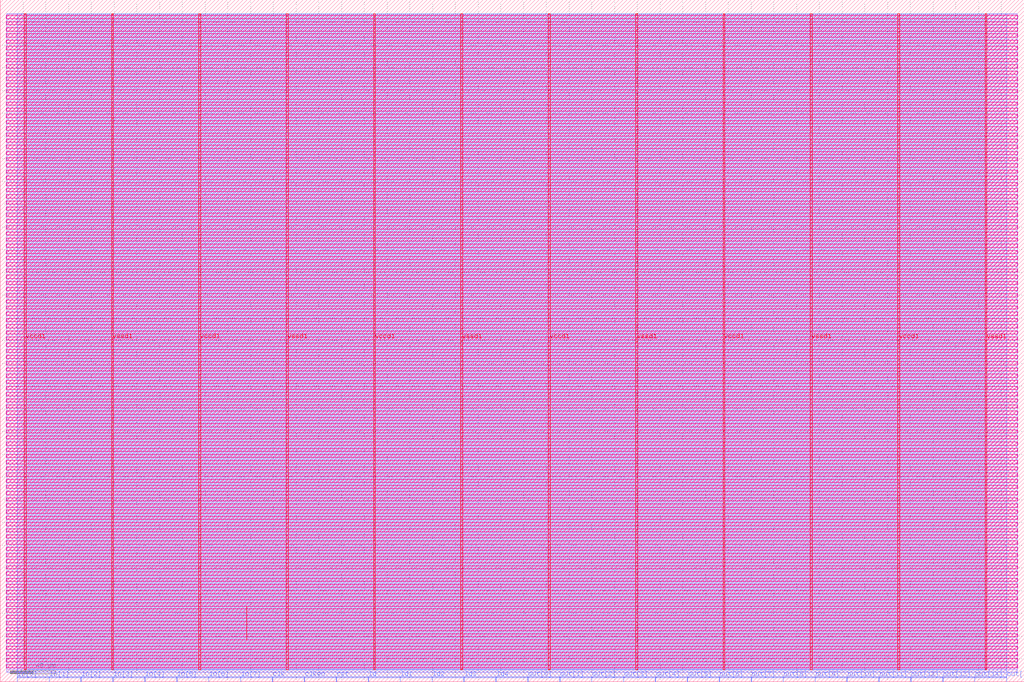
<source format=lef>
VERSION 5.7 ;
  NOWIREEXTENSIONATPIN ON ;
  DIVIDERCHAR "/" ;
  BUSBITCHARS "[]" ;
MACRO mac
  CLASS BLOCK ;
  FOREIGN mac ;
  ORIGIN 0.000 0.000 ;
  SIZE 900.000 BY 600.000 ;
  PIN clk
    DIRECTION INPUT ;
    USE SIGNAL ;
    PORT
      LAYER met2 ;
        RECT 239.290 0.000 239.570 4.000 ;
    END
  END clk
  PIN clken
    DIRECTION INPUT ;
    USE SIGNAL ;
    PORT
      LAYER met2 ;
        RECT 267.350 0.000 267.630 4.000 ;
    END
  END clken
  PIN in[0]
    DIRECTION INPUT ;
    USE SIGNAL ;
    PORT
      LAYER met2 ;
        RECT 14.810 0.000 15.090 4.000 ;
    END
  END in[0]
  PIN in[1]
    DIRECTION INPUT ;
    USE SIGNAL ;
    PORT
      LAYER met2 ;
        RECT 42.870 0.000 43.150 4.000 ;
    END
  END in[1]
  PIN in[2]
    DIRECTION INPUT ;
    USE SIGNAL ;
    PORT
      LAYER met2 ;
        RECT 70.930 0.000 71.210 4.000 ;
    END
  END in[2]
  PIN in[3]
    DIRECTION INPUT ;
    USE SIGNAL ;
    PORT
      LAYER met2 ;
        RECT 98.990 0.000 99.270 4.000 ;
    END
  END in[3]
  PIN in[4]
    DIRECTION INPUT ;
    USE SIGNAL ;
    PORT
      LAYER met2 ;
        RECT 127.050 0.000 127.330 4.000 ;
    END
  END in[4]
  PIN in[5]
    DIRECTION INPUT ;
    USE SIGNAL ;
    PORT
      LAYER met2 ;
        RECT 155.110 0.000 155.390 4.000 ;
    END
  END in[5]
  PIN in[6]
    DIRECTION INPUT ;
    USE SIGNAL ;
    PORT
      LAYER met2 ;
        RECT 183.170 0.000 183.450 4.000 ;
    END
  END in[6]
  PIN in[7]
    DIRECTION INPUT ;
    USE SIGNAL ;
    PORT
      LAYER met2 ;
        RECT 211.230 0.000 211.510 4.000 ;
    END
  END in[7]
  PIN ld
    DIRECTION INPUT ;
    USE SIGNAL ;
    PORT
      LAYER met2 ;
        RECT 323.470 0.000 323.750 4.000 ;
    END
  END ld
  PIN ld1
    DIRECTION INPUT ;
    USE SIGNAL ;
    PORT
      LAYER met2 ;
        RECT 351.530 0.000 351.810 4.000 ;
    END
  END ld1
  PIN ld2
    DIRECTION INPUT ;
    USE SIGNAL ;
    PORT
      LAYER met2 ;
        RECT 379.590 0.000 379.870 4.000 ;
    END
  END ld2
  PIN ld3
    DIRECTION INPUT ;
    USE SIGNAL ;
    PORT
      LAYER met2 ;
        RECT 407.650 0.000 407.930 4.000 ;
    END
  END ld3
  PIN ld4
    DIRECTION INPUT ;
    USE SIGNAL ;
    PORT
      LAYER met2 ;
        RECT 435.710 0.000 435.990 4.000 ;
    END
  END ld4
  PIN out[0]
    DIRECTION OUTPUT TRISTATE ;
    USE SIGNAL ;
    PORT
      LAYER met2 ;
        RECT 463.770 0.000 464.050 4.000 ;
    END
  END out[0]
  PIN out[10]
    DIRECTION OUTPUT TRISTATE ;
    USE SIGNAL ;
    PORT
      LAYER met2 ;
        RECT 744.370 0.000 744.650 4.000 ;
    END
  END out[10]
  PIN out[11]
    DIRECTION OUTPUT TRISTATE ;
    USE SIGNAL ;
    PORT
      LAYER met2 ;
        RECT 772.430 0.000 772.710 4.000 ;
    END
  END out[11]
  PIN out[12]
    DIRECTION OUTPUT TRISTATE ;
    USE SIGNAL ;
    PORT
      LAYER met2 ;
        RECT 800.490 0.000 800.770 4.000 ;
    END
  END out[12]
  PIN out[13]
    DIRECTION OUTPUT TRISTATE ;
    USE SIGNAL ;
    PORT
      LAYER met2 ;
        RECT 828.550 0.000 828.830 4.000 ;
    END
  END out[13]
  PIN out[14]
    DIRECTION OUTPUT TRISTATE ;
    USE SIGNAL ;
    PORT
      LAYER met2 ;
        RECT 856.610 0.000 856.890 4.000 ;
    END
  END out[14]
  PIN out[15]
    DIRECTION OUTPUT TRISTATE ;
    USE SIGNAL ;
    PORT
      LAYER met2 ;
        RECT 884.670 0.000 884.950 4.000 ;
    END
  END out[15]
  PIN out[1]
    DIRECTION OUTPUT TRISTATE ;
    USE SIGNAL ;
    PORT
      LAYER met2 ;
        RECT 491.830 0.000 492.110 4.000 ;
    END
  END out[1]
  PIN out[2]
    DIRECTION OUTPUT TRISTATE ;
    USE SIGNAL ;
    PORT
      LAYER met2 ;
        RECT 519.890 0.000 520.170 4.000 ;
    END
  END out[2]
  PIN out[3]
    DIRECTION OUTPUT TRISTATE ;
    USE SIGNAL ;
    PORT
      LAYER met2 ;
        RECT 547.950 0.000 548.230 4.000 ;
    END
  END out[3]
  PIN out[4]
    DIRECTION OUTPUT TRISTATE ;
    USE SIGNAL ;
    PORT
      LAYER met2 ;
        RECT 576.010 0.000 576.290 4.000 ;
    END
  END out[4]
  PIN out[5]
    DIRECTION OUTPUT TRISTATE ;
    USE SIGNAL ;
    PORT
      LAYER met2 ;
        RECT 604.070 0.000 604.350 4.000 ;
    END
  END out[5]
  PIN out[6]
    DIRECTION OUTPUT TRISTATE ;
    USE SIGNAL ;
    PORT
      LAYER met2 ;
        RECT 632.130 0.000 632.410 4.000 ;
    END
  END out[6]
  PIN out[7]
    DIRECTION OUTPUT TRISTATE ;
    USE SIGNAL ;
    PORT
      LAYER met2 ;
        RECT 660.190 0.000 660.470 4.000 ;
    END
  END out[7]
  PIN out[8]
    DIRECTION OUTPUT TRISTATE ;
    USE SIGNAL ;
    PORT
      LAYER met2 ;
        RECT 688.250 0.000 688.530 4.000 ;
    END
  END out[8]
  PIN out[9]
    DIRECTION OUTPUT TRISTATE ;
    USE SIGNAL ;
    PORT
      LAYER met2 ;
        RECT 716.310 0.000 716.590 4.000 ;
    END
  END out[9]
  PIN rst
    DIRECTION INPUT ;
    USE SIGNAL ;
    PORT
      LAYER met2 ;
        RECT 295.410 0.000 295.690 4.000 ;
    END
  END rst
  PIN vccd1
    DIRECTION INOUT ;
    USE POWER ;
    PORT
      LAYER met4 ;
        RECT 21.040 10.640 22.640 587.760 ;
    END
    PORT
      LAYER met4 ;
        RECT 174.640 10.640 176.240 587.760 ;
    END
    PORT
      LAYER met4 ;
        RECT 328.240 10.640 329.840 587.760 ;
    END
    PORT
      LAYER met4 ;
        RECT 481.840 10.640 483.440 587.760 ;
    END
    PORT
      LAYER met4 ;
        RECT 635.440 10.640 637.040 587.760 ;
    END
    PORT
      LAYER met4 ;
        RECT 789.040 10.640 790.640 587.760 ;
    END
  END vccd1
  PIN vssd1
    DIRECTION INOUT ;
    USE GROUND ;
    PORT
      LAYER met4 ;
        RECT 97.840 10.640 99.440 587.760 ;
    END
    PORT
      LAYER met4 ;
        RECT 251.440 10.640 253.040 587.760 ;
    END
    PORT
      LAYER met4 ;
        RECT 405.040 10.640 406.640 587.760 ;
    END
    PORT
      LAYER met4 ;
        RECT 558.640 10.640 560.240 587.760 ;
    END
    PORT
      LAYER met4 ;
        RECT 712.240 10.640 713.840 587.760 ;
    END
    PORT
      LAYER met4 ;
        RECT 865.840 10.640 867.440 587.760 ;
    END
  END vssd1
  OBS
      LAYER nwell ;
        RECT 5.330 583.385 894.430 586.215 ;
        RECT 5.330 577.945 894.430 580.775 ;
        RECT 5.330 572.505 894.430 575.335 ;
        RECT 5.330 567.065 894.430 569.895 ;
        RECT 5.330 561.625 894.430 564.455 ;
        RECT 5.330 556.185 894.430 559.015 ;
        RECT 5.330 550.745 894.430 553.575 ;
        RECT 5.330 545.305 894.430 548.135 ;
        RECT 5.330 539.865 894.430 542.695 ;
        RECT 5.330 534.425 894.430 537.255 ;
        RECT 5.330 528.985 894.430 531.815 ;
        RECT 5.330 523.545 894.430 526.375 ;
        RECT 5.330 518.105 894.430 520.935 ;
        RECT 5.330 512.665 894.430 515.495 ;
        RECT 5.330 507.225 894.430 510.055 ;
        RECT 5.330 501.785 894.430 504.615 ;
        RECT 5.330 496.345 894.430 499.175 ;
        RECT 5.330 490.905 894.430 493.735 ;
        RECT 5.330 485.465 894.430 488.295 ;
        RECT 5.330 480.025 894.430 482.855 ;
        RECT 5.330 474.585 894.430 477.415 ;
        RECT 5.330 469.145 894.430 471.975 ;
        RECT 5.330 463.705 894.430 466.535 ;
        RECT 5.330 458.265 894.430 461.095 ;
        RECT 5.330 452.825 894.430 455.655 ;
        RECT 5.330 447.385 894.430 450.215 ;
        RECT 5.330 441.945 894.430 444.775 ;
        RECT 5.330 436.505 894.430 439.335 ;
        RECT 5.330 431.065 894.430 433.895 ;
        RECT 5.330 425.625 894.430 428.455 ;
        RECT 5.330 420.185 894.430 423.015 ;
        RECT 5.330 414.745 894.430 417.575 ;
        RECT 5.330 409.305 894.430 412.135 ;
        RECT 5.330 403.865 894.430 406.695 ;
        RECT 5.330 398.425 894.430 401.255 ;
        RECT 5.330 392.985 894.430 395.815 ;
        RECT 5.330 387.545 894.430 390.375 ;
        RECT 5.330 382.105 894.430 384.935 ;
        RECT 5.330 376.665 894.430 379.495 ;
        RECT 5.330 371.225 894.430 374.055 ;
        RECT 5.330 365.785 894.430 368.615 ;
        RECT 5.330 360.345 894.430 363.175 ;
        RECT 5.330 354.905 894.430 357.735 ;
        RECT 5.330 349.465 894.430 352.295 ;
        RECT 5.330 344.025 894.430 346.855 ;
        RECT 5.330 338.585 894.430 341.415 ;
        RECT 5.330 333.145 894.430 335.975 ;
        RECT 5.330 327.705 894.430 330.535 ;
        RECT 5.330 322.265 894.430 325.095 ;
        RECT 5.330 316.825 894.430 319.655 ;
        RECT 5.330 311.385 894.430 314.215 ;
        RECT 5.330 305.945 894.430 308.775 ;
        RECT 5.330 300.505 894.430 303.335 ;
        RECT 5.330 295.065 894.430 297.895 ;
        RECT 5.330 289.625 894.430 292.455 ;
        RECT 5.330 284.185 894.430 287.015 ;
        RECT 5.330 278.745 894.430 281.575 ;
        RECT 5.330 273.305 894.430 276.135 ;
        RECT 5.330 267.865 894.430 270.695 ;
        RECT 5.330 262.425 894.430 265.255 ;
        RECT 5.330 256.985 894.430 259.815 ;
        RECT 5.330 251.545 894.430 254.375 ;
        RECT 5.330 246.105 894.430 248.935 ;
        RECT 5.330 240.665 894.430 243.495 ;
        RECT 5.330 235.225 894.430 238.055 ;
        RECT 5.330 229.785 894.430 232.615 ;
        RECT 5.330 224.345 894.430 227.175 ;
        RECT 5.330 218.905 894.430 221.735 ;
        RECT 5.330 213.465 894.430 216.295 ;
        RECT 5.330 208.025 894.430 210.855 ;
        RECT 5.330 202.585 894.430 205.415 ;
        RECT 5.330 197.145 894.430 199.975 ;
        RECT 5.330 191.705 894.430 194.535 ;
        RECT 5.330 186.265 894.430 189.095 ;
        RECT 5.330 180.825 894.430 183.655 ;
        RECT 5.330 175.385 894.430 178.215 ;
        RECT 5.330 169.945 894.430 172.775 ;
        RECT 5.330 164.505 894.430 167.335 ;
        RECT 5.330 159.065 894.430 161.895 ;
        RECT 5.330 153.625 894.430 156.455 ;
        RECT 5.330 148.185 894.430 151.015 ;
        RECT 5.330 142.745 894.430 145.575 ;
        RECT 5.330 137.305 894.430 140.135 ;
        RECT 5.330 131.865 894.430 134.695 ;
        RECT 5.330 126.425 894.430 129.255 ;
        RECT 5.330 120.985 894.430 123.815 ;
        RECT 5.330 115.545 894.430 118.375 ;
        RECT 5.330 110.105 894.430 112.935 ;
        RECT 5.330 104.665 894.430 107.495 ;
        RECT 5.330 99.225 894.430 102.055 ;
        RECT 5.330 93.785 894.430 96.615 ;
        RECT 5.330 88.345 894.430 91.175 ;
        RECT 5.330 82.905 894.430 85.735 ;
        RECT 5.330 77.465 894.430 80.295 ;
        RECT 5.330 72.025 894.430 74.855 ;
        RECT 5.330 66.585 894.430 69.415 ;
        RECT 5.330 61.145 894.430 63.975 ;
        RECT 5.330 55.705 894.430 58.535 ;
        RECT 5.330 50.265 894.430 53.095 ;
        RECT 5.330 44.825 894.430 47.655 ;
        RECT 5.330 39.385 894.430 42.215 ;
        RECT 5.330 33.945 894.430 36.775 ;
        RECT 5.330 28.505 894.430 31.335 ;
        RECT 5.330 23.065 894.430 25.895 ;
        RECT 5.330 17.625 894.430 20.455 ;
        RECT 5.330 12.185 894.430 15.015 ;
      LAYER li1 ;
        RECT 5.520 10.795 894.240 587.605 ;
      LAYER met1 ;
        RECT 5.520 8.200 894.240 587.760 ;
      LAYER met2 ;
        RECT 14.820 4.280 884.940 587.705 ;
        RECT 15.370 3.670 42.590 4.280 ;
        RECT 43.430 3.670 70.650 4.280 ;
        RECT 71.490 3.670 98.710 4.280 ;
        RECT 99.550 3.670 126.770 4.280 ;
        RECT 127.610 3.670 154.830 4.280 ;
        RECT 155.670 3.670 182.890 4.280 ;
        RECT 183.730 3.670 210.950 4.280 ;
        RECT 211.790 3.670 239.010 4.280 ;
        RECT 239.850 3.670 267.070 4.280 ;
        RECT 267.910 3.670 295.130 4.280 ;
        RECT 295.970 3.670 323.190 4.280 ;
        RECT 324.030 3.670 351.250 4.280 ;
        RECT 352.090 3.670 379.310 4.280 ;
        RECT 380.150 3.670 407.370 4.280 ;
        RECT 408.210 3.670 435.430 4.280 ;
        RECT 436.270 3.670 463.490 4.280 ;
        RECT 464.330 3.670 491.550 4.280 ;
        RECT 492.390 3.670 519.610 4.280 ;
        RECT 520.450 3.670 547.670 4.280 ;
        RECT 548.510 3.670 575.730 4.280 ;
        RECT 576.570 3.670 603.790 4.280 ;
        RECT 604.630 3.670 631.850 4.280 ;
        RECT 632.690 3.670 659.910 4.280 ;
        RECT 660.750 3.670 687.970 4.280 ;
        RECT 688.810 3.670 716.030 4.280 ;
        RECT 716.870 3.670 744.090 4.280 ;
        RECT 744.930 3.670 772.150 4.280 ;
        RECT 772.990 3.670 800.210 4.280 ;
        RECT 801.050 3.670 828.270 4.280 ;
        RECT 829.110 3.670 856.330 4.280 ;
        RECT 857.170 3.670 884.390 4.280 ;
      LAYER met3 ;
        RECT 21.050 10.375 867.430 587.685 ;
      LAYER met4 ;
        RECT 216.495 36.895 216.825 66.465 ;
  END
END mac
END LIBRARY


</source>
